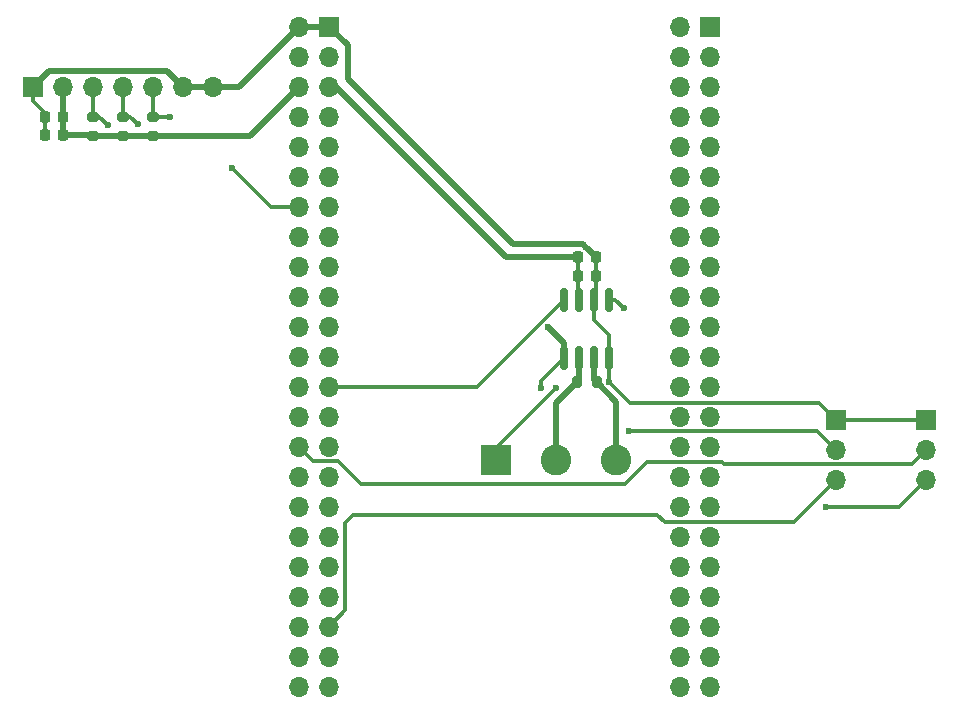
<source format=gbr>
%TF.GenerationSoftware,KiCad,Pcbnew,8.0.9-8.0.9-0~ubuntu24.04.1*%
%TF.CreationDate,2025-06-01T20:39:43+03:00*%
%TF.ProjectId,EV Control System,45562043-6f6e-4747-926f-6c2053797374,rev?*%
%TF.SameCoordinates,Original*%
%TF.FileFunction,Copper,L1,Top*%
%TF.FilePolarity,Positive*%
%FSLAX46Y46*%
G04 Gerber Fmt 4.6, Leading zero omitted, Abs format (unit mm)*
G04 Created by KiCad (PCBNEW 8.0.9-8.0.9-0~ubuntu24.04.1) date 2025-06-01 20:39:43*
%MOMM*%
%LPD*%
G01*
G04 APERTURE LIST*
G04 Aperture macros list*
%AMRoundRect*
0 Rectangle with rounded corners*
0 $1 Rounding radius*
0 $2 $3 $4 $5 $6 $7 $8 $9 X,Y pos of 4 corners*
0 Add a 4 corners polygon primitive as box body*
4,1,4,$2,$3,$4,$5,$6,$7,$8,$9,$2,$3,0*
0 Add four circle primitives for the rounded corners*
1,1,$1+$1,$2,$3*
1,1,$1+$1,$4,$5*
1,1,$1+$1,$6,$7*
1,1,$1+$1,$8,$9*
0 Add four rect primitives between the rounded corners*
20,1,$1+$1,$2,$3,$4,$5,0*
20,1,$1+$1,$4,$5,$6,$7,0*
20,1,$1+$1,$6,$7,$8,$9,0*
20,1,$1+$1,$8,$9,$2,$3,0*%
G04 Aperture macros list end*
%TA.AperFunction,SMDPad,CuDef*%
%ADD10RoundRect,0.200000X0.275000X-0.200000X0.275000X0.200000X-0.275000X0.200000X-0.275000X-0.200000X0*%
%TD*%
%TA.AperFunction,ComponentPad*%
%ADD11R,1.700000X1.700000*%
%TD*%
%TA.AperFunction,ComponentPad*%
%ADD12O,1.700000X1.700000*%
%TD*%
%TA.AperFunction,SMDPad,CuDef*%
%ADD13RoundRect,0.225000X-0.225000X-0.250000X0.225000X-0.250000X0.225000X0.250000X-0.225000X0.250000X0*%
%TD*%
%TA.AperFunction,ComponentPad*%
%ADD14R,2.600000X2.600000*%
%TD*%
%TA.AperFunction,ComponentPad*%
%ADD15C,2.600000*%
%TD*%
%TA.AperFunction,SMDPad,CuDef*%
%ADD16RoundRect,0.150000X-0.150000X0.825000X-0.150000X-0.825000X0.150000X-0.825000X0.150000X0.825000X0*%
%TD*%
%TA.AperFunction,SMDPad,CuDef*%
%ADD17RoundRect,0.200000X0.200000X0.275000X-0.200000X0.275000X-0.200000X-0.275000X0.200000X-0.275000X0*%
%TD*%
%TA.AperFunction,ViaPad*%
%ADD18C,0.600000*%
%TD*%
%TA.AperFunction,Conductor*%
%ADD19C,0.500000*%
%TD*%
%TA.AperFunction,Conductor*%
%ADD20C,0.300000*%
%TD*%
%TA.AperFunction,Conductor*%
%ADD21C,0.200000*%
%TD*%
G04 APERTURE END LIST*
D10*
%TO.P,R2,1*%
%TO.N,/VDD_5VL*%
X115510000Y-66670000D03*
%TO.P,R2,2*%
%TO.N,/LoRa_AUX*%
X115510000Y-65020000D03*
%TD*%
D11*
%TO.P,J3,1,Pin_1*%
%TO.N,/DGND*%
X110445000Y-62495000D03*
D12*
%TO.P,J3,2,Pin_2*%
%TO.N,/VDD_5VL*%
X112985000Y-62495000D03*
%TO.P,J3,3,Pin_3*%
%TO.N,/LoRa_AUX*%
X115525000Y-62495000D03*
%TO.P,J3,4,Pin_4*%
%TO.N,/LoRa_TX*%
X118065000Y-62495000D03*
%TO.P,J3,5,Pin_5*%
%TO.N,/LoRa_RX*%
X120605000Y-62495000D03*
%TO.P,J3,6,Pin_6*%
%TO.N,/DGND*%
X123145000Y-62495000D03*
%TO.P,J3,7,Pin_7*%
X125685000Y-62495000D03*
%TD*%
D13*
%TO.P,C2,1*%
%TO.N,/VDD_5VR*%
X156595000Y-76945000D03*
%TO.P,C2,2*%
%TO.N,/DGND*%
X158145000Y-76945000D03*
%TD*%
D10*
%TO.P,R3,1*%
%TO.N,/VDD_5VL*%
X120610000Y-66670000D03*
%TO.P,R3,2*%
%TO.N,/LoRa_RX*%
X120610000Y-65020000D03*
%TD*%
D13*
%TO.P,C1,1*%
%TO.N,/VDD_5VR*%
X156595000Y-78495000D03*
%TO.P,C1,2*%
%TO.N,/DGND*%
X158145000Y-78495000D03*
%TD*%
D11*
%TO.P,J6,1,Pin_1*%
%TO.N,/DGND*%
X186060000Y-90725000D03*
D12*
%TO.P,J6,2,Pin_2*%
%TO.N,/MIC_WS*%
X186060000Y-93265000D03*
%TO.P,J6,3,Pin_3*%
%TO.N,/MIC_SCK*%
X186060000Y-95805000D03*
%TD*%
D14*
%TO.P,J4,1,Pin_1*%
%TO.N,/DGND*%
X149675000Y-94075000D03*
D15*
%TO.P,J4,2,Pin_2*%
%TO.N,/CANL*%
X154755000Y-94075000D03*
%TO.P,J4,3,Pin_3*%
%TO.N,/CANH*%
X159835000Y-94075000D03*
%TD*%
D16*
%TO.P,U1,1,TXD*%
%TO.N,/CAN0_TXD*%
X159230000Y-80520000D03*
%TO.P,U1,2,GND*%
%TO.N,/DGND*%
X157960000Y-80520000D03*
%TO.P,U1,3,VCC*%
%TO.N,/VDD_5VR*%
X156690000Y-80520000D03*
%TO.P,U1,4,RXD*%
%TO.N,/CAN0_RXD*%
X155420000Y-80520000D03*
%TO.P,U1,5,VIO*%
%TO.N,/VDD_3V3R*%
X155420000Y-85470000D03*
%TO.P,U1,6,CANL*%
%TO.N,/CANL*%
X156690000Y-85470000D03*
%TO.P,U1,7,CANH*%
%TO.N,/CANH*%
X157960000Y-85470000D03*
%TO.P,U1,8,S*%
%TO.N,/DGND*%
X159230000Y-85470000D03*
%TD*%
D17*
%TO.P,R1,1*%
%TO.N,/CANH*%
X158170000Y-87495000D03*
%TO.P,R1,2*%
%TO.N,/CANL*%
X156520000Y-87495000D03*
%TD*%
D11*
%TO.P,J5,1,Pin_1*%
%TO.N,/DGND*%
X178440000Y-90730000D03*
D12*
%TO.P,J5,2,Pin_2*%
%TO.N,/VDD_3V3R*%
X178440000Y-93270000D03*
%TO.P,J5,3,Pin_3*%
%TO.N,/MIC_SD*%
X178440000Y-95810000D03*
%TD*%
D13*
%TO.P,C3,1*%
%TO.N,/DGND*%
X111435000Y-66620000D03*
%TO.P,C3,2*%
%TO.N,/VDD_5VL*%
X112985000Y-66620000D03*
%TD*%
%TO.P,C4,1*%
%TO.N,/DGND*%
X111435000Y-65095000D03*
%TO.P,C4,2*%
%TO.N,/VDD_5VL*%
X112985000Y-65095000D03*
%TD*%
D10*
%TO.P,R4,1*%
%TO.N,/VDD_5VL*%
X118060000Y-66670000D03*
%TO.P,R4,2*%
%TO.N,/LoRa_TX*%
X118060000Y-65020000D03*
%TD*%
D11*
%TO.P,J2,1,Pin_1*%
%TO.N,unconnected-(J2-Pin_1-Pad1)*%
X167779661Y-57432621D03*
D12*
%TO.P,J2,2,Pin_2*%
%TO.N,unconnected-(J2-Pin_2-Pad2)*%
X165239661Y-57432621D03*
%TO.P,J2,3,Pin_3*%
%TO.N,unconnected-(J2-Pin_3-Pad3)*%
X167779661Y-59972621D03*
%TO.P,J2,4,Pin_4*%
%TO.N,unconnected-(J2-Pin_4-Pad4)*%
X165239661Y-59972621D03*
%TO.P,J2,5,Pin_5*%
%TO.N,unconnected-(J2-Pin_5-Pad5)*%
X167779661Y-62512621D03*
%TO.P,J2,6,Pin_6*%
%TO.N,unconnected-(J2-Pin_6-Pad6)*%
X165239661Y-62512621D03*
%TO.P,J2,7,Pin_7*%
%TO.N,unconnected-(J2-Pin_7-Pad7)*%
X167779661Y-65052621D03*
%TO.P,J2,8,Pin_8*%
%TO.N,unconnected-(J2-Pin_8-Pad8)*%
X165239661Y-65052621D03*
%TO.P,J2,9,Pin_9*%
%TO.N,unconnected-(J2-Pin_9-Pad9)*%
X167779661Y-67592621D03*
%TO.P,J2,10,Pin_10*%
%TO.N,unconnected-(J2-Pin_10-Pad10)*%
X165239661Y-67592621D03*
%TO.P,J2,11,Pin_11*%
%TO.N,unconnected-(J2-Pin_11-Pad11)*%
X167779661Y-70132621D03*
%TO.P,J2,12,Pin_12*%
%TO.N,unconnected-(J2-Pin_12-Pad12)*%
X165239661Y-70132621D03*
%TO.P,J2,13,Pin_13*%
%TO.N,unconnected-(J2-Pin_13-Pad13)*%
X167779661Y-72672621D03*
%TO.P,J2,14,Pin_14*%
%TO.N,unconnected-(J2-Pin_14-Pad14)*%
X165239661Y-72672621D03*
%TO.P,J2,15,Pin_15*%
%TO.N,unconnected-(J2-Pin_15-Pad15)*%
X167779661Y-75212621D03*
%TO.P,J2,16,Pin_16*%
%TO.N,unconnected-(J2-Pin_16-Pad16)*%
X165239661Y-75212621D03*
%TO.P,J2,17,Pin_17*%
%TO.N,unconnected-(J2-Pin_17-Pad17)*%
X167779661Y-77752621D03*
%TO.P,J2,18,Pin_18*%
%TO.N,unconnected-(J2-Pin_18-Pad18)*%
X165239661Y-77752621D03*
%TO.P,J2,19,Pin_19*%
%TO.N,unconnected-(J2-Pin_19-Pad19)*%
X167779661Y-80292621D03*
%TO.P,J2,20,Pin_20*%
%TO.N,unconnected-(J2-Pin_20-Pad20)*%
X165239661Y-80292621D03*
%TO.P,J2,21,Pin_21*%
%TO.N,unconnected-(J2-Pin_21-Pad21)*%
X167779661Y-82832621D03*
%TO.P,J2,22,Pin_22*%
%TO.N,unconnected-(J2-Pin_22-Pad22)*%
X165239661Y-82832621D03*
%TO.P,J2,23,Pin_23*%
%TO.N,unconnected-(J2-Pin_23-Pad23)*%
X167779661Y-85372621D03*
%TO.P,J2,24,Pin_24*%
%TO.N,unconnected-(J2-Pin_24-Pad24)*%
X165239661Y-85372621D03*
%TO.P,J2,25,Pin_25*%
%TO.N,unconnected-(J2-Pin_25-Pad25)*%
X167779661Y-87912621D03*
%TO.P,J2,26,Pin_26*%
%TO.N,unconnected-(J2-Pin_26-Pad26)*%
X165239661Y-87912621D03*
%TO.P,J2,27,Pin_27*%
%TO.N,unconnected-(J2-Pin_27-Pad27)*%
X167779661Y-90452621D03*
%TO.P,J2,28,Pin_28*%
%TO.N,unconnected-(J2-Pin_28-Pad28)*%
X165239661Y-90452621D03*
%TO.P,J2,29,Pin_29*%
%TO.N,unconnected-(J2-Pin_29-Pad29)*%
X167779661Y-92992621D03*
%TO.P,J2,30,Pin_30*%
%TO.N,unconnected-(J2-Pin_30-Pad30)*%
X165239661Y-92992621D03*
%TO.P,J2,31,Pin_31*%
%TO.N,unconnected-(J2-Pin_31-Pad31)*%
X167779661Y-95532621D03*
%TO.P,J2,32,Pin_32*%
%TO.N,unconnected-(J2-Pin_32-Pad32)*%
X165239661Y-95532621D03*
%TO.P,J2,33,Pin_33*%
%TO.N,unconnected-(J2-Pin_33-Pad33)*%
X167779661Y-98072621D03*
%TO.P,J2,34,Pin_34*%
%TO.N,unconnected-(J2-Pin_34-Pad34)*%
X165239661Y-98072621D03*
%TO.P,J2,35,Pin_35*%
%TO.N,unconnected-(J2-Pin_35-Pad35)*%
X167779661Y-100612621D03*
%TO.P,J2,36,Pin_36*%
%TO.N,unconnected-(J2-Pin_36-Pad36)*%
X165239661Y-100612621D03*
%TO.P,J2,37,Pin_37*%
%TO.N,unconnected-(J2-Pin_37-Pad37)*%
X167779661Y-103152621D03*
%TO.P,J2,38,Pin_38*%
%TO.N,unconnected-(J2-Pin_38-Pad38)*%
X165239661Y-103152621D03*
%TO.P,J2,39,Pin_39*%
%TO.N,unconnected-(J2-Pin_39-Pad39)*%
X167779661Y-105692621D03*
%TO.P,J2,40,Pin_40*%
%TO.N,unconnected-(J2-Pin_40-Pad40)*%
X165239661Y-105692621D03*
%TO.P,J2,41,Pin_41*%
%TO.N,unconnected-(J2-Pin_41-Pad41)*%
X167779661Y-108232621D03*
%TO.P,J2,42,Pin_42*%
%TO.N,unconnected-(J2-Pin_42-Pad42)*%
X165239661Y-108232621D03*
%TO.P,J2,43,Pin_43*%
%TO.N,unconnected-(J2-Pin_43-Pad43)*%
X167779661Y-110772621D03*
%TO.P,J2,44,Pin_44*%
%TO.N,unconnected-(J2-Pin_44-Pad44)*%
X165239661Y-110772621D03*
%TO.P,J2,45,Pin_45*%
%TO.N,unconnected-(J2-Pin_45-Pad45)*%
X167779661Y-113312621D03*
%TO.P,J2,46,Pin_46*%
%TO.N,unconnected-(J2-Pin_46-Pad46)*%
X165239661Y-113312621D03*
%TD*%
D11*
%TO.P,J1,1,Pin_1*%
%TO.N,/DGND*%
X135519661Y-57422621D03*
D12*
%TO.P,J1,2,Pin_2*%
X132979661Y-57422621D03*
%TO.P,J1,3,Pin_3*%
%TO.N,/VDD_3V3R*%
X135519661Y-59962621D03*
%TO.P,J1,4,Pin_4*%
%TO.N,unconnected-(J1-Pin_4-Pad4)*%
X132979661Y-59962621D03*
%TO.P,J1,5,Pin_5*%
%TO.N,/VDD_5VR*%
X135519661Y-62502621D03*
%TO.P,J1,6,Pin_6*%
%TO.N,/VDD_5VL*%
X132979661Y-62502621D03*
%TO.P,J1,7,Pin_7*%
%TO.N,unconnected-(J1-Pin_7-Pad7)*%
X135519661Y-65042621D03*
%TO.P,J1,8,Pin_8*%
%TO.N,unconnected-(J1-Pin_8-Pad8)*%
X132979661Y-65042621D03*
%TO.P,J1,9,Pin_9*%
%TO.N,unconnected-(J1-Pin_9-Pad9)*%
X135519661Y-67582621D03*
%TO.P,J1,10,Pin_10*%
%TO.N,unconnected-(J1-Pin_10-Pad10)*%
X132979661Y-67582621D03*
%TO.P,J1,11,Pin_11*%
%TO.N,unconnected-(J1-Pin_11-Pad11)*%
X135519661Y-70122621D03*
%TO.P,J1,12,Pin_12*%
%TO.N,/LoRa_TX*%
X132979661Y-70122621D03*
%TO.P,J1,13,Pin_13*%
%TO.N,unconnected-(J1-Pin_13-Pad13)*%
X135519661Y-72662621D03*
%TO.P,J1,14,Pin_14*%
%TO.N,/LoRa_RX*%
X132979661Y-72662621D03*
%TO.P,J1,15,Pin_15*%
%TO.N,unconnected-(J1-Pin_15-Pad15)*%
X135519661Y-75202621D03*
%TO.P,J1,16,Pin_16*%
%TO.N,/LoRa_AUX*%
X132979661Y-75202621D03*
%TO.P,J1,17,Pin_17*%
%TO.N,unconnected-(J1-Pin_17-Pad17)*%
X135519661Y-77742621D03*
%TO.P,J1,18,Pin_18*%
%TO.N,unconnected-(J1-Pin_18-Pad18)*%
X132979661Y-77742621D03*
%TO.P,J1,19,Pin_19*%
%TO.N,unconnected-(J1-Pin_19-Pad19)*%
X135519661Y-80282621D03*
%TO.P,J1,20,Pin_20*%
%TO.N,unconnected-(J1-Pin_20-Pad20)*%
X132979661Y-80282621D03*
%TO.P,J1,21,Pin_21*%
%TO.N,unconnected-(J1-Pin_21-Pad21)*%
X135519661Y-82822621D03*
%TO.P,J1,22,Pin_22*%
%TO.N,unconnected-(J1-Pin_22-Pad22)*%
X132979661Y-82822621D03*
%TO.P,J1,23,Pin_23*%
%TO.N,/CAN0_TXD*%
X135519661Y-85362621D03*
%TO.P,J1,24,Pin_24*%
%TO.N,unconnected-(J1-Pin_24-Pad24)*%
X132979661Y-85362621D03*
%TO.P,J1,25,Pin_25*%
%TO.N,/CAN0_RXD*%
X135519661Y-87902621D03*
%TO.P,J1,26,Pin_26*%
%TO.N,unconnected-(J1-Pin_26-Pad26)*%
X132979661Y-87902621D03*
%TO.P,J1,27,Pin_27*%
%TO.N,unconnected-(J1-Pin_27-Pad27)*%
X135519661Y-90442621D03*
%TO.P,J1,28,Pin_28*%
%TO.N,unconnected-(J1-Pin_28-Pad28)*%
X132979661Y-90442621D03*
%TO.P,J1,29,Pin_29*%
%TO.N,unconnected-(J1-Pin_29-Pad29)*%
X135519661Y-92982621D03*
%TO.P,J1,30,Pin_30*%
%TO.N,/MIC_WS*%
X132979661Y-92982621D03*
%TO.P,J1,31,Pin_31*%
%TO.N,unconnected-(J1-Pin_31-Pad31)*%
X135519661Y-95522621D03*
%TO.P,J1,32,Pin_32*%
%TO.N,/MIC_SCK*%
X132979661Y-95522621D03*
%TO.P,J1,33,Pin_33*%
%TO.N,unconnected-(J1-Pin_33-Pad33)*%
X135519661Y-98062621D03*
%TO.P,J1,34,Pin_34*%
%TO.N,unconnected-(J1-Pin_34-Pad34)*%
X132979661Y-98062621D03*
%TO.P,J1,35,Pin_35*%
%TO.N,unconnected-(J1-Pin_35-Pad35)*%
X135519661Y-100602621D03*
%TO.P,J1,36,Pin_36*%
%TO.N,unconnected-(J1-Pin_36-Pad36)*%
X132979661Y-100602621D03*
%TO.P,J1,37,Pin_37*%
%TO.N,unconnected-(J1-Pin_37-Pad37)*%
X135519661Y-103142621D03*
%TO.P,J1,38,Pin_38*%
%TO.N,unconnected-(J1-Pin_38-Pad38)*%
X132979661Y-103142621D03*
%TO.P,J1,39,Pin_39*%
%TO.N,unconnected-(J1-Pin_39-Pad39)*%
X135519661Y-105682621D03*
%TO.P,J1,40,Pin_40*%
%TO.N,unconnected-(J1-Pin_40-Pad40)*%
X132979661Y-105682621D03*
%TO.P,J1,41,Pin_41*%
%TO.N,/MIC_SD*%
X135519661Y-108222621D03*
%TO.P,J1,42,Pin_42*%
%TO.N,unconnected-(J1-Pin_42-Pad42)*%
X132979661Y-108222621D03*
%TO.P,J1,43,Pin_43*%
%TO.N,unconnected-(J1-Pin_43-Pad43)*%
X135519661Y-110762621D03*
%TO.P,J1,44,Pin_44*%
%TO.N,unconnected-(J1-Pin_44-Pad44)*%
X132979661Y-110762621D03*
%TO.P,J1,45,Pin_45*%
%TO.N,unconnected-(J1-Pin_45-Pad45)*%
X135519661Y-113302621D03*
%TO.P,J1,46,Pin_46*%
%TO.N,unconnected-(J1-Pin_46-Pad46)*%
X132979661Y-113302621D03*
%TD*%
D18*
%TO.N,/DGND*%
X159260000Y-87470000D03*
X154760000Y-87970000D03*
%TO.N,/LoRa_AUX*%
X116810000Y-65770000D03*
%TO.N,/MIC_SCK*%
X177560000Y-98070000D03*
%TO.N,/CAN0_TXD*%
X160460000Y-81270000D03*
%TO.N,/LoRa_RX*%
X127310000Y-69370000D03*
X122060000Y-65095000D03*
%TO.N,/LoRa_TX*%
X119360000Y-65670000D03*
%TO.N,/VDD_3V3R*%
X153460000Y-87970000D03*
X154060000Y-82870000D03*
X160910000Y-91670000D03*
%TD*%
D19*
%TO.N,/DGND*%
X158145000Y-76945000D02*
X157320000Y-76120000D01*
D20*
X158145000Y-80335000D02*
X157960000Y-80520000D01*
D19*
X157010000Y-75820000D02*
X151110000Y-75820000D01*
D20*
X176962621Y-89252621D02*
X161042621Y-89252621D01*
D19*
X123145000Y-62495000D02*
X121770000Y-61120000D01*
D21*
X110445000Y-62495000D02*
X110445000Y-62755000D01*
D20*
X161042621Y-89252621D02*
X159260000Y-87470000D01*
X154760000Y-87970000D02*
X149675000Y-93055000D01*
D19*
X125685000Y-62495000D02*
X123145000Y-62495000D01*
X137099874Y-61809874D02*
X137260000Y-61970000D01*
D20*
X149675000Y-93055000D02*
X149675000Y-94075000D01*
D19*
X151060000Y-75770000D02*
X137260000Y-61970000D01*
D20*
X111435000Y-66620000D02*
X111435000Y-65095000D01*
D19*
X111820000Y-61120000D02*
X110445000Y-62495000D01*
X125685000Y-62495000D02*
X127907282Y-62495000D01*
D20*
X157320000Y-76120000D02*
X157310000Y-76120000D01*
X158145000Y-78495000D02*
X158145000Y-76945000D01*
X178440000Y-90730000D02*
X176962621Y-89252621D01*
X178445000Y-90725000D02*
X178440000Y-90730000D01*
X159230000Y-87440000D02*
X159230000Y-85470000D01*
X110445000Y-63705000D02*
X110445000Y-62495000D01*
X186060000Y-90725000D02*
X178445000Y-90725000D01*
X159260000Y-87470000D02*
X159230000Y-87440000D01*
X111435000Y-65095000D02*
X111435000Y-64695000D01*
D19*
X135519661Y-57422621D02*
X132979661Y-57422621D01*
D20*
X159230000Y-83540000D02*
X157960000Y-82270000D01*
D19*
X137099874Y-59002834D02*
X137099874Y-61809874D01*
D20*
X157960000Y-82270000D02*
X157960000Y-80520000D01*
X151110000Y-75820000D02*
X151060000Y-75770000D01*
X159230000Y-85470000D02*
X159230000Y-83540000D01*
D19*
X135519661Y-57422621D02*
X137099874Y-59002834D01*
D20*
X158145000Y-78495000D02*
X158145000Y-80335000D01*
X111435000Y-64695000D02*
X110445000Y-63705000D01*
D19*
X127907282Y-62495000D02*
X132979661Y-57422621D01*
X121770000Y-61120000D02*
X111820000Y-61120000D01*
X157310000Y-76120000D02*
X157010000Y-75820000D01*
%TO.N,/VDD_5VL*%
X120610000Y-66670000D02*
X128812282Y-66670000D01*
X115510000Y-66670000D02*
X118060000Y-66670000D01*
X112985000Y-62495000D02*
X112985000Y-65095000D01*
X112985000Y-66620000D02*
X115460000Y-66620000D01*
D20*
X115460000Y-66620000D02*
X115510000Y-66670000D01*
D19*
X118060000Y-66670000D02*
X120610000Y-66670000D01*
X128812282Y-66670000D02*
X132979661Y-62502621D01*
X112985000Y-65095000D02*
X112985000Y-66620000D01*
%TO.N,/CANH*%
X159835000Y-94075000D02*
X159835000Y-89160000D01*
X159835000Y-89160000D02*
X158170000Y-87495000D01*
X157960000Y-85470000D02*
X157960000Y-87285000D01*
D20*
X157960000Y-87285000D02*
X158170000Y-87495000D01*
D19*
%TO.N,/CANL*%
X154755000Y-89260000D02*
X156520000Y-87495000D01*
X156690000Y-85470000D02*
X156690000Y-87325000D01*
D20*
X156690000Y-87325000D02*
X156520000Y-87495000D01*
D19*
X154755000Y-94075000D02*
X154755000Y-89260000D01*
%TO.N,/VDD_5VR*%
X156595000Y-76945000D02*
X150535000Y-76945000D01*
D20*
X156595000Y-76945000D02*
X156595000Y-78495000D01*
X156595000Y-80425000D02*
X156690000Y-80520000D01*
D19*
X136092621Y-62502621D02*
X135519661Y-62502621D01*
X150535000Y-76945000D02*
X136092621Y-62502621D01*
D20*
X156595000Y-78495000D02*
X156595000Y-80425000D01*
%TO.N,/MIC_SD*%
X178440000Y-95810000D02*
X174880000Y-99370000D01*
X163960000Y-99370000D02*
X163310000Y-98720000D01*
X163310000Y-98720000D02*
X137579608Y-98720000D01*
X174880000Y-99370000D02*
X163960000Y-99370000D01*
X136910000Y-99389608D02*
X136910000Y-106832282D01*
X136910000Y-106832282D02*
X135519661Y-108222621D01*
X178440000Y-95810000D02*
X177940000Y-95310000D01*
X177729608Y-95810000D02*
X178440000Y-95810000D01*
X137579608Y-98720000D02*
X136910000Y-99389608D01*
%TO.N,/LoRa_AUX*%
X115510000Y-65020000D02*
X115510000Y-62510000D01*
X115510000Y-62510000D02*
X115525000Y-62495000D01*
X115510000Y-65020000D02*
X116060000Y-65020000D01*
X116060000Y-65020000D02*
X116810000Y-65770000D01*
%TO.N,/MIC_WS*%
X168760000Y-94270000D02*
X162460000Y-94270000D01*
X168960000Y-94470000D02*
X168760000Y-94270000D01*
X160560000Y-96170000D02*
X138259999Y-96170000D01*
X134179661Y-94182621D02*
X132979661Y-92982621D01*
X138259999Y-96170000D02*
X136272620Y-94182621D01*
X162460000Y-94270000D02*
X160560000Y-96170000D01*
X186060000Y-93265000D02*
X184855000Y-94470000D01*
X136272620Y-94182621D02*
X134179661Y-94182621D01*
X184855000Y-94470000D02*
X168960000Y-94470000D01*
%TO.N,/CAN0_RXD*%
X155420000Y-80520000D02*
X148037379Y-87902621D01*
X148037379Y-87902621D02*
X135519661Y-87902621D01*
%TO.N,/MIC_SCK*%
X186060000Y-95805000D02*
X183795000Y-98070000D01*
X183795000Y-98070000D02*
X177560000Y-98070000D01*
%TO.N,/CAN0_TXD*%
X160460000Y-81270000D02*
X159710000Y-80520000D01*
X159710000Y-80520000D02*
X159230000Y-80520000D01*
X135527040Y-85370000D02*
X135519661Y-85362621D01*
%TO.N,/LoRa_RX*%
X122060000Y-65095000D02*
X121985000Y-65020000D01*
X120610000Y-65020000D02*
X120610000Y-62500000D01*
X121985000Y-65020000D02*
X120610000Y-65020000D01*
X130602621Y-72662621D02*
X132979661Y-72662621D01*
D21*
X121010000Y-62900000D02*
X120605000Y-62495000D01*
D20*
X127310000Y-69370000D02*
X130602621Y-72662621D01*
X120610000Y-62500000D02*
X120605000Y-62495000D01*
%TO.N,/LoRa_TX*%
X118710000Y-65020000D02*
X118060000Y-65020000D01*
X118060000Y-65020000D02*
X118060000Y-62500000D01*
D21*
X117810000Y-62750000D02*
X118065000Y-62495000D01*
D20*
X118060000Y-62500000D02*
X118065000Y-62495000D01*
X119360000Y-65670000D02*
X118710000Y-65020000D01*
D19*
%TO.N,/VDD_3V3R*%
X155420000Y-84230000D02*
X154060000Y-82870000D01*
X155420000Y-85470000D02*
X155420000Y-84230000D01*
D20*
X153460000Y-87970000D02*
X153460000Y-87430000D01*
X160892621Y-91652621D02*
X160910000Y-91670000D01*
X176822621Y-91652621D02*
X178440000Y-93270000D01*
X160892621Y-91652621D02*
X176822621Y-91652621D01*
X135519661Y-60629661D02*
X135519661Y-59962621D01*
X153460000Y-87430000D02*
X155420000Y-85470000D01*
%TD*%
M02*

</source>
